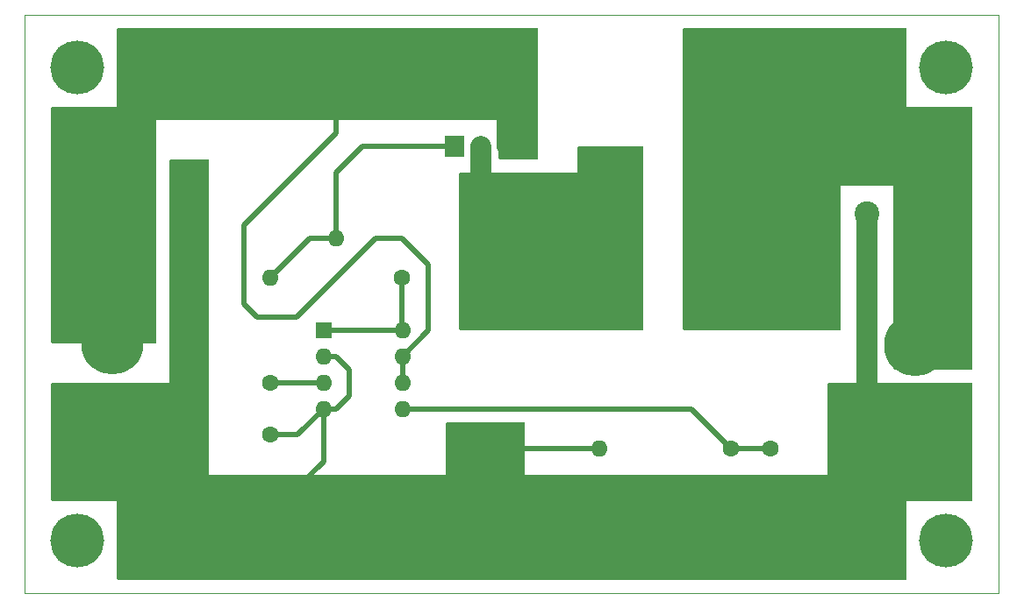
<source format=gbr>
%TF.GenerationSoftware,KiCad,Pcbnew,(6.0.8)*%
%TF.CreationDate,2024-10-31T17:49:09+09:00*%
%TF.ProjectId,MIRS2405_ServoDCDC,4d495253-3234-4303-955f-536572766f44,rev?*%
%TF.SameCoordinates,Original*%
%TF.FileFunction,Copper,L2,Bot*%
%TF.FilePolarity,Positive*%
%FSLAX46Y46*%
G04 Gerber Fmt 4.6, Leading zero omitted, Abs format (unit mm)*
G04 Created by KiCad (PCBNEW (6.0.8)) date 2024-10-31 17:49:09*
%MOMM*%
%LPD*%
G01*
G04 APERTURE LIST*
G04 Aperture macros list*
%AMRoundRect*
0 Rectangle with rounded corners*
0 $1 Rounding radius*
0 $2 $3 $4 $5 $6 $7 $8 $9 X,Y pos of 4 corners*
0 Add a 4 corners polygon primitive as box body*
4,1,4,$2,$3,$4,$5,$6,$7,$8,$9,$2,$3,0*
0 Add four circle primitives for the rounded corners*
1,1,$1+$1,$2,$3*
1,1,$1+$1,$4,$5*
1,1,$1+$1,$6,$7*
1,1,$1+$1,$8,$9*
0 Add four rect primitives between the rounded corners*
20,1,$1+$1,$2,$3,$4,$5,0*
20,1,$1+$1,$4,$5,$6,$7,0*
20,1,$1+$1,$6,$7,$8,$9,0*
20,1,$1+$1,$8,$9,$2,$3,0*%
G04 Aperture macros list end*
%TA.AperFunction,Profile*%
%ADD10C,0.100000*%
%TD*%
%TA.AperFunction,ComponentPad*%
%ADD11C,1.600000*%
%TD*%
%TA.AperFunction,ComponentPad*%
%ADD12O,1.600000X1.600000*%
%TD*%
%TA.AperFunction,ComponentPad*%
%ADD13R,1.905000X2.000000*%
%TD*%
%TA.AperFunction,ComponentPad*%
%ADD14O,1.905000X2.000000*%
%TD*%
%TA.AperFunction,ComponentPad*%
%ADD15RoundRect,1.500000X1.500000X-1.500000X1.500000X1.500000X-1.500000X1.500000X-1.500000X-1.500000X0*%
%TD*%
%TA.AperFunction,ComponentPad*%
%ADD16C,6.000000*%
%TD*%
%TA.AperFunction,ComponentPad*%
%ADD17R,2.400000X2.400000*%
%TD*%
%TA.AperFunction,ComponentPad*%
%ADD18C,2.400000*%
%TD*%
%TA.AperFunction,ComponentPad*%
%ADD19R,3.200000X3.200000*%
%TD*%
%TA.AperFunction,ComponentPad*%
%ADD20O,3.200000X3.200000*%
%TD*%
%TA.AperFunction,ComponentPad*%
%ADD21C,3.000000*%
%TD*%
%TA.AperFunction,ComponentPad*%
%ADD22R,1.600000X1.600000*%
%TD*%
%TA.AperFunction,ViaPad*%
%ADD23C,5.200000*%
%TD*%
%TA.AperFunction,Conductor*%
%ADD24C,2.000000*%
%TD*%
%TA.AperFunction,Conductor*%
%ADD25C,0.500000*%
%TD*%
%TA.AperFunction,Conductor*%
%ADD26C,0.250000*%
%TD*%
G04 APERTURE END LIST*
D10*
X152400000Y-30480000D02*
X58420000Y-30480000D01*
X58420000Y-86360000D02*
X152400000Y-86360000D01*
X58420000Y-86360000D02*
X58420000Y-30480000D01*
X152400000Y-86360000D02*
X152400000Y-30480000D01*
D11*
%TO.P,R2,1*%
%TO.N,+BATT*%
X88480000Y-39370000D03*
D12*
%TO.P,R2,2*%
%TO.N,Net-(Q1-Pad1)*%
X88480000Y-52070000D03*
%TD*%
D11*
%TO.P,R4,1*%
%TO.N,Net-(R3-Pad1)*%
X126580000Y-72390000D03*
D12*
%TO.P,R4,2*%
%TO.N,GND*%
X113880000Y-72390000D03*
%TD*%
D13*
%TO.P,Q1,1,B*%
%TO.N,Net-(Q1-Pad1)*%
X99910000Y-43180000D03*
D14*
%TO.P,Q1,2,C*%
%TO.N,Net-(D1-Pad1)*%
X102450000Y-43180000D03*
%TO.P,Q1,3,E*%
%TO.N,+BATT*%
X104990000Y-43180000D03*
%TD*%
D11*
%TO.P,C1,1*%
%TO.N,Net-(C1-Pad1)*%
X82130000Y-66080000D03*
%TO.P,C1,2*%
%TO.N,GND*%
X82130000Y-71080000D03*
%TD*%
D15*
%TO.P,J1,1,Pin_2*%
%TO.N,GND*%
X66890000Y-69430000D03*
D16*
%TO.P,J1,2,Pin_1*%
%TO.N,+BATT*%
X66890000Y-62230000D03*
%TD*%
D15*
%TO.P,J2,1,Pin_2*%
%TO.N,GND*%
X144360000Y-69640000D03*
D16*
%TO.P,J2,2,Pin_1*%
%TO.N,Net-(C3-Pad1)*%
X144360000Y-62440000D03*
%TD*%
D17*
%TO.P,C3,1*%
%TO.N,Net-(C3-Pad1)*%
X139700000Y-42207246D03*
D18*
%TO.P,C3,2*%
%TO.N,GND*%
X139700000Y-49707246D03*
%TD*%
D19*
%TO.P,D1,1,K*%
%TO.N,Net-(D1-Pad1)*%
X102450000Y-57150000D03*
D20*
%TO.P,D1,2,A*%
%TO.N,GND*%
X102450000Y-72390000D03*
%TD*%
D21*
%TO.P,L1,1,1*%
%TO.N,Net-(D1-Pad1)*%
X116280000Y-46990000D03*
%TO.P,L1,2,2*%
%TO.N,Net-(C3-Pad1)*%
X124180000Y-46990000D03*
%TD*%
D11*
%TO.P,R3,1*%
%TO.N,Net-(R3-Pad1)*%
X130390000Y-72390000D03*
D12*
%TO.P,R3,2*%
%TO.N,Net-(C3-Pad1)*%
X130390000Y-59690000D03*
%TD*%
D17*
%TO.P,C2,1*%
%TO.N,+BATT*%
X74510000Y-39370000D03*
D18*
%TO.P,C2,2*%
%TO.N,GND*%
X74510000Y-46870000D03*
%TD*%
D22*
%TO.P,U1,1,Cs*%
%TO.N,Net-(R1-Pad1)*%
X87220000Y-60960000D03*
D12*
%TO.P,U1,2,Es*%
%TO.N,GND*%
X87220000Y-63500000D03*
%TO.P,U1,3,Ct*%
%TO.N,Net-(C1-Pad1)*%
X87220000Y-66040000D03*
%TO.P,U1,4,GND*%
%TO.N,GND*%
X87220000Y-68580000D03*
%TO.P,U1,5,INV*%
%TO.N,Net-(R3-Pad1)*%
X94840000Y-68580000D03*
%TO.P,U1,6,V+*%
%TO.N,+BATT*%
X94840000Y-66040000D03*
%TO.P,U1,7,SI*%
X94840000Y-63500000D03*
%TO.P,U1,8,Cd*%
%TO.N,Net-(R1-Pad1)*%
X94840000Y-60960000D03*
%TD*%
D11*
%TO.P,R1,1*%
%TO.N,Net-(R1-Pad1)*%
X94830000Y-55880000D03*
D12*
%TO.P,R1,2*%
%TO.N,Net-(Q1-Pad1)*%
X82130000Y-55880000D03*
%TD*%
D23*
%TO.N,*%
X147320000Y-81280000D03*
X63500000Y-81280000D03*
X63500000Y-35560000D03*
X147320000Y-35560000D03*
%TD*%
D24*
%TO.N,+BATT*%
X104990000Y-40180000D02*
X104990000Y-43180000D01*
D25*
X94840000Y-63500000D02*
X97370000Y-60970000D01*
D24*
X66890000Y-41910000D02*
X69430000Y-39370000D01*
D25*
X79590000Y-50800000D02*
X88480000Y-41910000D01*
X97370000Y-54610000D02*
X94830000Y-52070000D01*
X92290000Y-52070000D02*
X84670000Y-59690000D01*
X88480000Y-41910000D02*
X88480000Y-39370000D01*
D24*
X69430000Y-39370000D02*
X74510000Y-39370000D01*
X104180000Y-39370000D02*
X104990000Y-40180000D01*
D25*
X94830000Y-52070000D02*
X92290000Y-52070000D01*
D24*
X66890000Y-62230000D02*
X66890000Y-41910000D01*
D25*
X80860000Y-59690000D02*
X79590000Y-58420000D01*
D24*
X74510000Y-39370000D02*
X88480000Y-39370000D01*
X88480000Y-39370000D02*
X104180000Y-39370000D01*
D25*
X94840000Y-63500000D02*
X94840000Y-66040000D01*
X84670000Y-59690000D02*
X80860000Y-59690000D01*
X79590000Y-58420000D02*
X79590000Y-50800000D01*
X97370000Y-60970000D02*
X97370000Y-54610000D01*
D24*
%TO.N,GND*%
X142240000Y-76200000D02*
X144360000Y-74080000D01*
X142240000Y-76200000D02*
X104140000Y-76200000D01*
D25*
X87220000Y-63500000D02*
X88480000Y-63500000D01*
X82130000Y-71080000D02*
X84730000Y-71080000D01*
D24*
X74510000Y-67310000D02*
X74510000Y-46870000D01*
D25*
X87220000Y-73650000D02*
X84670000Y-76200000D01*
D24*
X104140000Y-74080000D02*
X104140000Y-76200000D01*
X140760000Y-69640000D02*
X144360000Y-69640000D01*
D25*
X84730000Y-71080000D02*
X87220000Y-68590000D01*
D24*
X139700000Y-68580000D02*
X140760000Y-69640000D01*
D25*
X87220000Y-68580000D02*
X87220000Y-73650000D01*
D24*
X104140000Y-76200000D02*
X84670000Y-76200000D01*
D25*
X88480000Y-63500000D02*
X89750000Y-64770000D01*
X89750000Y-67310000D02*
X88480000Y-68580000D01*
D24*
X102450000Y-72390000D02*
X104140000Y-74080000D01*
X84670000Y-76200000D02*
X73660000Y-76200000D01*
X73660000Y-76200000D02*
X66890000Y-69430000D01*
X66890000Y-69430000D02*
X72390000Y-69430000D01*
X144360000Y-74080000D02*
X144360000Y-69640000D01*
X72390000Y-69430000D02*
X74510000Y-67310000D01*
X139700000Y-49707246D02*
X139700000Y-68580000D01*
D25*
X89750000Y-64770000D02*
X89750000Y-67310000D01*
X113880000Y-72390000D02*
X102450000Y-72390000D01*
X88480000Y-68580000D02*
X87220000Y-68580000D01*
%TO.N,Net-(C1-Pad1)*%
X82130000Y-66080000D02*
X87190000Y-66080000D01*
D26*
X87190000Y-66080000D02*
X87220000Y-66050000D01*
D24*
%TO.N,Net-(C3-Pad1)*%
X144360000Y-43667246D02*
X144360000Y-62440000D01*
X128962754Y-42207246D02*
X139700000Y-42207246D01*
X124180000Y-46990000D02*
X128962754Y-42207246D01*
X139700000Y-42207246D02*
X142900000Y-42207246D01*
X142900000Y-42207246D02*
X144360000Y-43667246D01*
D25*
X124180000Y-53480000D02*
X130390000Y-59690000D01*
X124180000Y-46990000D02*
X124180000Y-53480000D01*
D24*
%TO.N,Net-(D1-Pad1)*%
X102450000Y-57150000D02*
X106120000Y-57150000D01*
X102450000Y-43180000D02*
X102450000Y-57150000D01*
X106120000Y-57150000D02*
X116280000Y-46990000D01*
D25*
%TO.N,Net-(Q1-Pad1)*%
X85940000Y-52070000D02*
X82130000Y-55880000D01*
X99910000Y-43180000D02*
X91020000Y-43180000D01*
X91020000Y-43180000D02*
X88480000Y-45720000D01*
X88480000Y-45720000D02*
X88480000Y-52070000D01*
X88480000Y-52070000D02*
X85940000Y-52070000D01*
D26*
%TO.N,Net-(R1-Pad1)*%
X94830000Y-60950000D02*
X94840000Y-60960000D01*
D25*
X94840000Y-60960000D02*
X87220000Y-60960000D01*
X94830000Y-55880000D02*
X94830000Y-60950000D01*
%TO.N,Net-(R3-Pad1)*%
X122770000Y-68580000D02*
X94840000Y-68580000D01*
X126580000Y-72390000D02*
X130390000Y-72390000D01*
X126580000Y-72390000D02*
X122770000Y-68580000D01*
%TD*%
%TA.AperFunction,Conductor*%
%TO.N,+BATT*%
G36*
X107892121Y-31770002D02*
G01*
X107938614Y-31823658D01*
X107950000Y-31876000D01*
X107950000Y-44324000D01*
X107929998Y-44392121D01*
X107876342Y-44438614D01*
X107824000Y-44450000D01*
X104266000Y-44450000D01*
X104197879Y-44429998D01*
X104151386Y-44376342D01*
X104140000Y-44324000D01*
X104140000Y-40640000D01*
X71120000Y-40640000D01*
X71120000Y-62104000D01*
X71099998Y-62172121D01*
X71046342Y-62218614D01*
X70994000Y-62230000D01*
X61086000Y-62230000D01*
X61017879Y-62209998D01*
X60971386Y-62156342D01*
X60960000Y-62104000D01*
X60960000Y-39496000D01*
X60980002Y-39427879D01*
X61033658Y-39381386D01*
X61086000Y-39370000D01*
X67310000Y-39370000D01*
X67310000Y-31876000D01*
X67330002Y-31807879D01*
X67383658Y-31761386D01*
X67436000Y-31750000D01*
X107824000Y-31750000D01*
X107892121Y-31770002D01*
G37*
%TD.AperFunction*%
%TD*%
%TA.AperFunction,Conductor*%
%TO.N,Net-(C3-Pad1)*%
G36*
X143452121Y-31770002D02*
G01*
X143498614Y-31823658D01*
X143510000Y-31876000D01*
X143510000Y-39370000D01*
X149734000Y-39370000D01*
X149802121Y-39390002D01*
X149848614Y-39443658D01*
X149860000Y-39496000D01*
X149860000Y-64644000D01*
X149839998Y-64712121D01*
X149786342Y-64758614D01*
X149734000Y-64770000D01*
X142366000Y-64770000D01*
X142297879Y-64749998D01*
X142251386Y-64696342D01*
X142240000Y-64644000D01*
X142240000Y-46990000D01*
X137160000Y-46990000D01*
X137160000Y-60834000D01*
X137139998Y-60902121D01*
X137086342Y-60948614D01*
X137034000Y-60960000D01*
X122046000Y-60960000D01*
X121977879Y-60939998D01*
X121931386Y-60886342D01*
X121920000Y-60834000D01*
X121920000Y-31876000D01*
X121940002Y-31807879D01*
X121993658Y-31761386D01*
X122046000Y-31750000D01*
X143384000Y-31750000D01*
X143452121Y-31770002D01*
G37*
%TD.AperFunction*%
%TD*%
%TA.AperFunction,Conductor*%
%TO.N,GND*%
G36*
X76142121Y-44470002D02*
G01*
X76188614Y-44523658D01*
X76200000Y-44576000D01*
X76200000Y-74930000D01*
X99060000Y-74930000D01*
X99060000Y-69976000D01*
X99080002Y-69907879D01*
X99133658Y-69861386D01*
X99186000Y-69850000D01*
X106554000Y-69850000D01*
X106622121Y-69870002D01*
X106668614Y-69923658D01*
X106680000Y-69976000D01*
X106680000Y-74930000D01*
X135890000Y-74930000D01*
X135890000Y-66166000D01*
X135910002Y-66097879D01*
X135963658Y-66051386D01*
X136016000Y-66040000D01*
X149734000Y-66040000D01*
X149802121Y-66060002D01*
X149848614Y-66113658D01*
X149860000Y-66166000D01*
X149860000Y-77344000D01*
X149839998Y-77412121D01*
X149786342Y-77458614D01*
X149734000Y-77470000D01*
X143510000Y-77470000D01*
X143510000Y-84964000D01*
X143489998Y-85032121D01*
X143436342Y-85078614D01*
X143384000Y-85090000D01*
X67436000Y-85090000D01*
X67367879Y-85069998D01*
X67321386Y-85016342D01*
X67310000Y-84964000D01*
X67310000Y-77470000D01*
X61086000Y-77470000D01*
X61017879Y-77449998D01*
X60971386Y-77396342D01*
X60960000Y-77344000D01*
X60960000Y-66166000D01*
X60980002Y-66097879D01*
X61033658Y-66051386D01*
X61086000Y-66040000D01*
X72390000Y-66040000D01*
X72390000Y-44576000D01*
X72410002Y-44507879D01*
X72463658Y-44461386D01*
X72516000Y-44450000D01*
X76074000Y-44450000D01*
X76142121Y-44470002D01*
G37*
%TD.AperFunction*%
%TD*%
%TA.AperFunction,Conductor*%
%TO.N,Net-(D1-Pad1)*%
G36*
X118052121Y-43200002D02*
G01*
X118098614Y-43253658D01*
X118110000Y-43306000D01*
X118110000Y-60834000D01*
X118089998Y-60902121D01*
X118036342Y-60948614D01*
X117984000Y-60960000D01*
X100456000Y-60960000D01*
X100387879Y-60939998D01*
X100341386Y-60886342D01*
X100330000Y-60834000D01*
X100330000Y-45846000D01*
X100350002Y-45777879D01*
X100403658Y-45731386D01*
X100456000Y-45720000D01*
X111760000Y-45720000D01*
X111760000Y-43306000D01*
X111780002Y-43237879D01*
X111833658Y-43191386D01*
X111886000Y-43180000D01*
X117984000Y-43180000D01*
X118052121Y-43200002D01*
G37*
%TD.AperFunction*%
%TD*%
M02*

</source>
